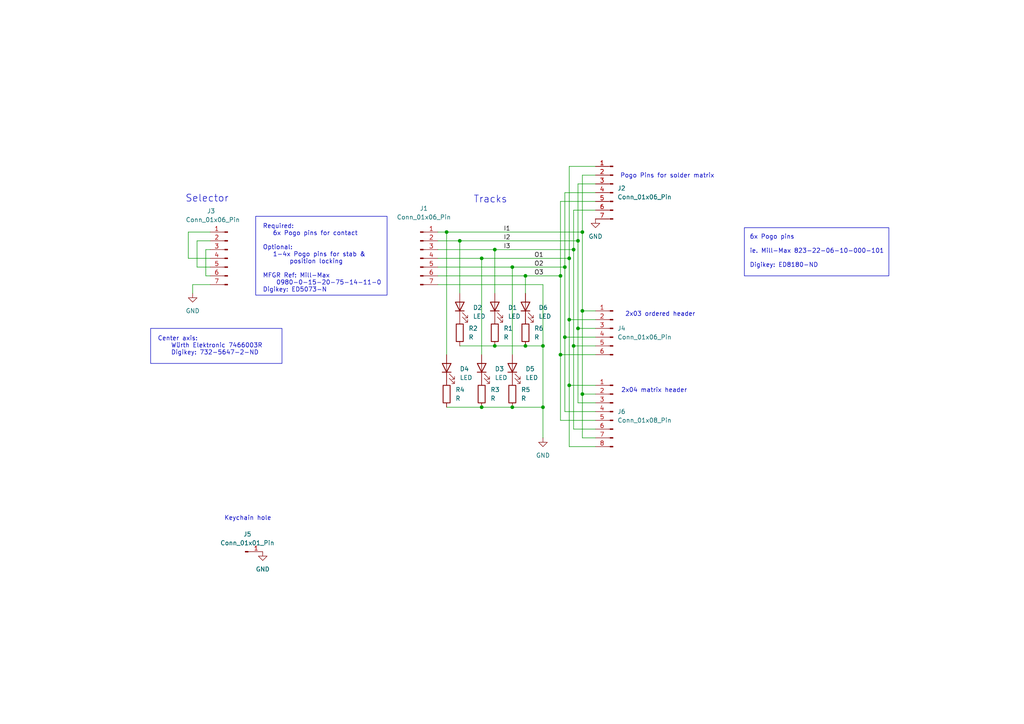
<source format=kicad_sch>
(kicad_sch (version 20250114) (generator "eeschema") (generator_version "9.0")
  (paper "A4")
  (title_block (title "Hall Matrix Selector Key") (date "2025-01-03") (rev "v1.1") (company "Saitis.net & engrenage.ch") (comment 1 "JCZD") (comment 2 "https://electro.saitis.net/hall-key"))
  (lib_symbols
    (symbol "Connector:Conn_01x01_Pin" (pin_names (offset 1.016) (hide yes))
      (property "Reference" "J" (at 0 2.54 0))
      (property "Value" "Conn_01x01_Pin" (at 0 -2.54 0))
      (symbol "Conn_01x01_Pin_1_1"
        (rectangle (start 0.8636 0.127) (end 0 -0.127) (stroke (width 0.1524)) (fill (type outline)))
        (polyline (pts (xy 1.27 0) (xy 0.8636 0)) (stroke (width 0.1524)))
        (pin passive line (at 5.08 0 180) (length 3.81) (name "Pin_1") (number "1"))
      )
    )
    (symbol "Connector:Conn_01x06_Pin" (pin_names (offset 1.016) (hide yes))
      (property "Reference" "J" (at 0 7.62 0))
      (property "Value" "Conn_01x06_Pin" (at 0 -10.16 0))
      (symbol "Conn_01x06_Pin_1_1"
        (rectangle (start 0.8636 5.207) (end 0 4.953) (stroke (width 0.1524)) (fill (type outline)))
        (rectangle (start 0.8636 2.667) (end 0 2.413) (stroke (width 0.1524)) (fill (type outline)))
        (rectangle (start 0.8636 0.127) (end 0 -0.127) (stroke (width 0.1524)) (fill (type outline)))
        (rectangle (start 0.8636 -2.413) (end 0 -2.667) (stroke (width 0.1524)) (fill (type outline)))
        (rectangle (start 0.8636 -4.953) (end 0 -5.207) (stroke (width 0.1524)) (fill (type outline)))
        (rectangle (start 0.8636 -7.493) (end 0 -7.747) (stroke (width 0.1524)) (fill (type outline)))
        (polyline (pts (xy 1.27 5.08) (xy 0.8636 5.08)) (stroke (width 0.1524)))
        (polyline (pts (xy 1.27 2.54) (xy 0.8636 2.54)) (stroke (width 0.1524)))
        (polyline (pts (xy 1.27 0) (xy 0.8636 0)) (stroke (width 0.1524)))
        (polyline (pts (xy 1.27 -2.54) (xy 0.8636 -2.54)) (stroke (width 0.1524)))
        (polyline (pts (xy 1.27 -5.08) (xy 0.8636 -5.08)) (stroke (width 0.1524)))
        (polyline (pts (xy 1.27 -7.62) (xy 0.8636 -7.62)) (stroke (width 0.1524)))
        (pin passive line (at 5.08 5.08 180) (length 3.81) (name "Pin_1") (number "1"))
        (pin passive line (at 5.08 2.54 180) (length 3.81) (name "Pin_2") (number "2"))
        (pin passive line (at 5.08 0 180) (length 3.81) (name "Pin_3") (number "3"))
        (pin passive line (at 5.08 -2.54 180) (length 3.81) (name "Pin_4") (number "4"))
        (pin passive line (at 5.08 -5.08 180) (length 3.81) (name "Pin_5") (number "5"))
        (pin passive line (at 5.08 -7.62 180) (length 3.81) (name "Pin_6") (number "6"))
      )
    )
    (symbol "Connector:Conn_01x07_Pin" (pin_names (offset 1.016) (hide yes))
      (property "Reference" "J" (at 0 10.16 0))
      (property "Value" "Conn_01x07_Pin" (at 0 -10.16 0))
      (symbol "Conn_01x07_Pin_1_1"
        (rectangle (start 0.8636 7.747) (end 0 7.493) (stroke (width 0.1524)) (fill (type outline)))
        (rectangle (start 0.8636 5.207) (end 0 4.953) (stroke (width 0.1524)) (fill (type outline)))
        (rectangle (start 0.8636 2.667) (end 0 2.413) (stroke (width 0.1524)) (fill (type outline)))
        (rectangle (start 0.8636 0.127) (end 0 -0.127) (stroke (width 0.1524)) (fill (type outline)))
        (rectangle (start 0.8636 -2.413) (end 0 -2.667) (stroke (width 0.1524)) (fill (type outline)))
        (rectangle (start 0.8636 -4.953) (end 0 -5.207) (stroke (width 0.1524)) (fill (type outline)))
        (rectangle (start 0.8636 -7.493) (end 0 -7.747) (stroke (width 0.1524)) (fill (type outline)))
        (polyline (pts (xy 1.27 7.62) (xy 0.8636 7.62)) (stroke (width 0.1524)))
        (polyline (pts (xy 1.27 5.08) (xy 0.8636 5.08)) (stroke (width 0.1524)))
        (polyline (pts (xy 1.27 2.54) (xy 0.8636 2.54)) (stroke (width 0.1524)))
        (polyline (pts (xy 1.27 0) (xy 0.8636 0)) (stroke (width 0.1524)))
        (polyline (pts (xy 1.27 -2.54) (xy 0.8636 -2.54)) (stroke (width 0.1524)))
        (polyline (pts (xy 1.27 -5.08) (xy 0.8636 -5.08)) (stroke (width 0.1524)))
        (polyline (pts (xy 1.27 -7.62) (xy 0.8636 -7.62)) (stroke (width 0.1524)))
        (pin passive line (at 5.08 7.62 180) (length 3.81) (name "Pin_1") (number "1"))
        (pin passive line (at 5.08 5.08 180) (length 3.81) (name "Pin_2") (number "2"))
        (pin passive line (at 5.08 2.54 180) (length 3.81) (name "Pin_3") (number "3"))
        (pin passive line (at 5.08 0 180) (length 3.81) (name "Pin_4") (number "4"))
        (pin passive line (at 5.08 -2.54 180) (length 3.81) (name "Pin_5") (number "5"))
        (pin passive line (at 5.08 -5.08 180) (length 3.81) (name "Pin_6") (number "6"))
        (pin passive line (at 5.08 -7.62 180) (length 3.81) (name "Pin_7") (number "7"))
      )
    )
    (symbol "Connector:Conn_01x08_Pin" (pin_names (offset 1.016) (hide yes))
      (property "Reference" "J" (at 0 10.16 0))
      (property "Value" "Conn_01x08_Pin" (at 0 -12.7 0))
      (symbol "Conn_01x08_Pin_1_1"
        (rectangle (start 0.8636 7.747) (end 0 7.493) (stroke (width 0.1524)) (fill (type outline)))
        (rectangle (start 0.8636 5.207) (end 0 4.953) (stroke (width 0.1524)) (fill (type outline)))
        (rectangle (start 0.8636 2.667) (end 0 2.413) (stroke (width 0.1524)) (fill (type outline)))
        (rectangle (start 0.8636 0.127) (end 0 -0.127) (stroke (width 0.1524)) (fill (type outline)))
        (rectangle (start 0.8636 -2.413) (end 0 -2.667) (stroke (width 0.1524)) (fill (type outline)))
        (rectangle (start 0.8636 -4.953) (end 0 -5.207) (stroke (width 0.1524)) (fill (type outline)))
        (rectangle (start 0.8636 -7.493) (end 0 -7.747) (stroke (width 0.1524)) (fill (type outline)))
        (rectangle (start 0.8636 -10.033) (end 0 -10.287) (stroke (width 0.1524)) (fill (type outline)))
        (polyline (pts (xy 1.27 7.62) (xy 0.8636 7.62)) (stroke (width 0.1524)))
        (polyline (pts (xy 1.27 5.08) (xy 0.8636 5.08)) (stroke (width 0.1524)))
        (polyline (pts (xy 1.27 2.54) (xy 0.8636 2.54)) (stroke (width 0.1524)))
        (polyline (pts (xy 1.27 0) (xy 0.8636 0)) (stroke (width 0.1524)))
        (polyline (pts (xy 1.27 -2.54) (xy 0.8636 -2.54)) (stroke (width 0.1524)))
        (polyline (pts (xy 1.27 -5.08) (xy 0.8636 -5.08)) (stroke (width 0.1524)))
        (polyline (pts (xy 1.27 -7.62) (xy 0.8636 -7.62)) (stroke (width 0.1524)))
        (polyline (pts (xy 1.27 -10.16) (xy 0.8636 -10.16)) (stroke (width 0.1524)))
        (pin passive line (at 5.08 7.62 180) (length 3.81) (name "Pin_1") (number "1"))
        (pin passive line (at 5.08 5.08 180) (length 3.81) (name "Pin_2") (number "2"))
        (pin passive line (at 5.08 2.54 180) (length 3.81) (name "Pin_3") (number "3"))
        (pin passive line (at 5.08 0 180) (length 3.81) (name "Pin_4") (number "4"))
        (pin passive line (at 5.08 -2.54 180) (length 3.81) (name "Pin_5") (number "5"))
        (pin passive line (at 5.08 -5.08 180) (length 3.81) (name "Pin_6") (number "6"))
        (pin passive line (at 5.08 -7.62 180) (length 3.81) (name "Pin_7") (number "7"))
        (pin passive line (at 5.08 -10.16 180) (length 3.81) (name "Pin_8") (number "8"))
      )
    )
    (symbol "Device:LED" (pin_numbers (hide yes)) (pin_names (offset 1.016) (hide yes))
      (property "Reference" "D" (at 0 2.54 0))
      (property "Value" "LED" (at 0 -2.54 0))
      (symbol "LED_0_1"
        (polyline (pts (xy -3.048 -0.762) (xy -4.572 -2.286) (xy -3.81 -2.286) (xy -4.572 -2.286) (xy -4.572 -1.524)))
        (polyline (pts (xy -1.778 -0.762) (xy -3.302 -2.286) (xy -2.54 -2.286) (xy -3.302 -2.286) (xy -3.302 -1.524)))
        (polyline (pts (xy -1.27 0) (xy 1.27 0)))
        (polyline (pts (xy -1.27 -1.27) (xy -1.27 1.27)) (stroke (width 0.254)))
        (polyline (pts (xy 1.27 -1.27) (xy 1.27 1.27) (xy -1.27 0) (xy 1.27 -1.27)) (stroke (width 0.254)))
      )
      (symbol "LED_1_1"
        (pin passive line (at -3.81 0 0) (length 2.54) (name "K") (number "1"))
        (pin passive line (at 3.81 0 180) (length 2.54) (name "A") (number "2"))
      )
    )
    (symbol "Device:R" (pin_numbers (hide yes)) (pin_names (offset 0))
      (property "Reference" "R" (at 2.032 0 90))
      (property "Value" "R" (at 0 0 90))
      (symbol "R_0_1"
        (rectangle (start -1.016 -2.54) (end 1.016 2.54) (stroke (width 0.254)))
      )
      (symbol "R_1_1"
        (pin passive line (at 0 3.81 270) (length 1.27) (name "~") (number "1"))
        (pin passive line (at 0 -3.81 90) (length 1.27) (name "~") (number "2"))
      )
    )
    (symbol "power:GND" (power) (pin_numbers (hide yes)) (pin_names (offset 0) (hide yes))
      (property "Value" "GND" (at 0 -3.81 0))
      (symbol "GND_0_1"
        (polyline (pts (xy 0 0) (xy 0 -1.27) (xy 1.27 -1.27) (xy 0 -2.54) (xy -1.27 -1.27) (xy 0 -1.27)))
      )
      (symbol "GND_1_1"
        (pin power_in line (at 0 0 270) (length 0) (name "~") (number "1"))
      )
    )
  )
  (rectangle (start 74.168 62.738) (end 112.268 85.598))
  (rectangle (start 215.9 66.04) (end 257.81 80.01))
  (rectangle (start 43.688 95.25) (end 81.788 105.41))
  (text "Keychain hole" (at 71.882 150.368 0) (effects (font (size 1.27 1.27))))
  (text "2x03 ordered header" (at 191.516 91.186 0) (effects (font (size 1.27 1.27))))
  (text "Center axis:\n    Würth Elektronic 7466003R\n    Digikey: 732-5647-2-ND" (at 45.72 100.33 0) (effects (font (size 1.27 1.27)) (justify left)))
  (text "Pogo Pins for solder matrix" (at 193.548 51.054 0) (effects (font (size 1.27 1.27))))
  (text "6x Pogo pins\n\nie. Mill-Max 823-22-06-10-000-101\n\nDigikey: ED8180-ND" (at 217.424 72.898 0) (effects (font (size 1.27 1.27)) (justify left)))
  (text "2x04 matrix header" (at 189.738 113.284 0) (effects (font (size 1.27 1.27))))
  (text "Selector" (at 60.071 57.658 0) (effects (font (size 2.032 2.032))))
  (text "Required:\n   6x Pogo pins for contact\n\nOptional:\n   1-4x Pogo pins for stab &\n        position locking\n\nMFGR Ref: Mill-Max\n    0980-0-15-20-75-14-11-0\nDigikey: ED5073-N" (at 76.2 74.93 0) (effects (font (size 1.27 1.27)) (justify left)))
  (text "Tracks" (at 142.24 57.912 0) (effects (font (size 2.032 2.032))))
  (junction (at 152.4 80.01))
  (junction (at 163.83 77.47))
  (junction (at 165.1 111.76))
  (junction (at 162.56 102.87))
  (junction (at 139.7 74.93))
  (junction (at 148.59 77.47))
  (junction (at 157.48 118.11))
  (junction (at 167.64 95.25))
  (junction (at 143.51 100.33))
  (junction (at 167.64 69.85))
  (junction (at 152.4 100.33))
  (junction (at 168.91 67.31))
  (junction (at 166.37 72.39))
  (junction (at 165.1 92.71))
  (junction (at 166.37 100.33))
  (junction (at 139.7 118.11))
  (junction (at 163.83 97.79))
  (junction (at 165.1 74.93))
  (junction (at 143.51 72.39))
  (junction (at 168.91 90.17))
  (junction (at 129.54 67.31))
  (junction (at 133.35 69.85))
  (junction (at 157.48 100.33))
  (junction (at 162.56 80.01))
  (junction (at 168.91 114.3))
  (junction (at 148.59 118.11))
  (wire (pts (xy 55.88 82.55) (xy 55.88 85.09)))
  (wire (pts (xy 127 77.47) (xy 148.59 77.47)))
  (wire (pts (xy 127 69.85) (xy 133.35 69.85)))
  (wire (pts (xy 172.72 48.26) (xy 165.1 48.26)))
  (wire (pts (xy 129.54 67.31) (xy 168.91 67.31)))
  (wire (pts (xy 172.72 90.17) (xy 168.91 90.17)))
  (wire (pts (xy 139.7 74.93) (xy 165.1 74.93)))
  (wire (pts (xy 162.56 58.42) (xy 162.56 80.01)))
  (wire (pts (xy 165.1 92.71) (xy 165.1 111.76)))
  (wire (pts (xy 166.37 100.33) (xy 172.72 100.33)))
  (wire (pts (xy 172.72 60.96) (xy 166.37 60.96)))
  (wire (pts (xy 165.1 48.26) (xy 165.1 74.93)))
  (wire (pts (xy 162.56 102.87) (xy 162.56 121.92)))
  (wire (pts (xy 60.96 80.01) (xy 59.69 80.01)))
  (wire (pts (xy 162.56 121.92) (xy 172.72 121.92)))
  (wire (pts (xy 57.15 77.47) (xy 60.96 77.47)))
  (wire (pts (xy 57.15 77.47) (xy 57.15 69.85)))
  (wire (pts (xy 157.48 100.33) (xy 157.48 118.11)))
  (wire (pts (xy 172.72 127) (xy 168.91 127)))
  (wire (pts (xy 143.51 72.39) (xy 143.51 85.09)))
  (wire (pts (xy 162.56 80.01) (xy 162.56 102.87)))
  (wire (pts (xy 166.37 100.33) (xy 166.37 124.46)))
  (wire (pts (xy 127 67.31) (xy 129.54 67.31)))
  (wire (pts (xy 163.83 119.38) (xy 172.72 119.38)))
  (wire (pts (xy 167.64 95.25) (xy 172.72 95.25)))
  (wire (pts (xy 59.69 72.39) (xy 60.96 72.39)))
  (wire (pts (xy 157.48 82.55) (xy 157.48 100.33)))
  (wire (pts (xy 172.72 53.34) (xy 167.64 53.34)))
  (wire (pts (xy 172.72 50.8) (xy 168.91 50.8)))
  (wire (pts (xy 172.72 129.54) (xy 165.1 129.54)))
  (wire (pts (xy 129.54 67.31) (xy 129.54 102.87)))
  (wire (pts (xy 54.61 74.93) (xy 60.96 74.93)))
  (wire (pts (xy 163.83 77.47) (xy 163.83 97.79)))
  (wire (pts (xy 148.59 77.47) (xy 163.83 77.47)))
  (wire (pts (xy 168.91 90.17) (xy 168.91 114.3)))
  (wire (pts (xy 152.4 80.01) (xy 152.4 85.09)))
  (wire (pts (xy 133.35 100.33) (xy 143.51 100.33)))
  (wire (pts (xy 127 82.55) (xy 157.48 82.55)))
  (wire (pts (xy 157.48 118.11) (xy 157.48 127)))
  (wire (pts (xy 172.72 58.42) (xy 162.56 58.42)))
  (wire (pts (xy 127 72.39) (xy 143.51 72.39)))
  (wire (pts (xy 139.7 74.93) (xy 139.7 102.87)))
  (wire (pts (xy 139.7 118.11) (xy 148.59 118.11)))
  (wire (pts (xy 166.37 72.39) (xy 166.37 100.33)))
  (wire (pts (xy 172.72 55.88) (xy 163.83 55.88)))
  (wire (pts (xy 165.1 111.76) (xy 172.72 111.76)))
  (wire (pts (xy 166.37 60.96) (xy 166.37 72.39)))
  (wire (pts (xy 168.91 50.8) (xy 168.91 67.31)))
  (wire (pts (xy 148.59 77.47) (xy 148.59 102.87)))
  (wire (pts (xy 167.64 116.84) (xy 172.72 116.84)))
  (wire (pts (xy 60.96 82.55) (xy 55.88 82.55)))
  (wire (pts (xy 165.1 92.71) (xy 172.72 92.71)))
  (wire (pts (xy 54.61 67.31) (xy 54.61 74.93)))
  (wire (pts (xy 60.96 67.31) (xy 54.61 67.31)))
  (wire (pts (xy 163.83 97.79) (xy 172.72 97.79)))
  (wire (pts (xy 163.83 55.88) (xy 163.83 77.47)))
  (wire (pts (xy 166.37 124.46) (xy 172.72 124.46)))
  (wire (pts (xy 143.51 100.33) (xy 152.4 100.33)))
  (wire (pts (xy 127 74.93) (xy 139.7 74.93)))
  (wire (pts (xy 127 80.01) (xy 152.4 80.01)))
  (wire (pts (xy 167.64 95.25) (xy 167.64 116.84)))
  (wire (pts (xy 129.54 118.11) (xy 139.7 118.11)))
  (wire (pts (xy 148.59 118.11) (xy 157.48 118.11)))
  (wire (pts (xy 167.64 53.34) (xy 167.64 69.85)))
  (wire (pts (xy 167.64 69.85) (xy 167.64 95.25)))
  (wire (pts (xy 168.91 67.31) (xy 168.91 90.17)))
  (wire (pts (xy 165.1 129.54) (xy 165.1 111.76)))
  (wire (pts (xy 143.51 72.39) (xy 166.37 72.39)))
  (wire (pts (xy 162.56 102.87) (xy 172.72 102.87)))
  (wire (pts (xy 168.91 127) (xy 168.91 114.3)))
  (wire (pts (xy 163.83 97.79) (xy 163.83 119.38)))
  (wire (pts (xy 57.15 69.85) (xy 60.96 69.85)))
  (wire (pts (xy 133.35 69.85) (xy 133.35 85.09)))
  (wire (pts (xy 152.4 100.33) (xy 157.48 100.33)))
  (wire (pts (xy 152.4 80.01) (xy 162.56 80.01)))
  (wire (pts (xy 165.1 74.93) (xy 165.1 92.71)))
  (wire (pts (xy 168.91 114.3) (xy 172.72 114.3)))
  (wire (pts (xy 133.35 69.85) (xy 167.64 69.85)))
  (wire (pts (xy 59.69 80.01) (xy 59.69 72.39)))
  (label "O1" (at 154.94 74.93 0))
  (label "O2" (at 154.94 77.47 0))
  (label "I1" (at 146.05 67.31 0))
  (label "I2" (at 146.05 69.85 0))
  (label "O3" (at 154.94 80.01 0))
  (label "I3" (at 146.05 72.39 0))
  (symbol (lib_id "Device:LED") (at 143.51 88.9 90) (unit 1)
    (property "Reference" "D1" (at 147.32 89.2174 90) (effects (justify right)))
    (property "Value" "LED" (at 147.32 91.7574 90) (effects (justify right)))
    (property "Footprint" "LED_SMD:LED_LiteOn_LTST-S326" (effects (hide yes)))
    (property "Description" "Light emitting diode" (effects (hide yes)))
  )
  (symbol (lib_id "Connector:Conn_01x07_Pin") (at 121.92 74.93 0) (unit 1)
    (property "Reference" "J1" (at 122.936 60.452 0))
    (property "Value" "Conn_01x06_Pin" (at 122.936 62.992 0))
    (property "Footprint" "robodisk:hall-matrix-selector-switch_base" (effects (hide yes)))
    (property "Description" "Generic connector, single row, 01x07, script generated" (effects (hide yes)))
  )
  (symbol (lib_id "Device:LED") (at 139.7 106.68 90) (unit 1)
    (property "Reference" "D3" (at 143.51 106.9974 90) (effects (justify right)))
    (property "Value" "LED" (at 143.51 109.5374 90) (effects (justify right)))
    (property "Footprint" "LED_SMD:LED_LiteOn_LTST-S326" (effects (hide yes)))
    (property "Description" "Light emitting diode" (effects (hide yes)))
  )
  (symbol (lib_id "power:GND") (at 55.88 85.09 0) (unit 1)
    (property "Reference" "#PWR02" (effects (hide yes)))
    (property "Value" "GND" (at 55.88 90.17 0))
    (property "Description" "Power symbol creates a global label with name \"GND\" , ground" (effects (hide yes)))
  )
  (symbol (lib_id "Device:R") (at 139.7 114.3 0) (unit 1)
    (property "Reference" "R3" (at 142.24 113.0299 0) (effects (justify left)))
    (property "Value" "R" (at 142.24 115.5699 0) (effects (justify left)))
    (property "Footprint" "Resistor_SMD:R_0805_2012Metric_Pad1.20x1.40mm_HandSolder" (effects (hide yes)))
    (property "Description" "Resistor" (effects (hide yes)))
  )
  (symbol (lib_id "Connector:Conn_01x08_Pin") (at 177.8 119.38 0) (mirror y) (unit 1)
    (property "Reference" "J6" (at 179.07 119.3799 0) (effects (justify right)))
    (property "Value" "Conn_01x08_Pin" (at 179.07 121.9199 0) (effects (justify right)))
    (property "Footprint" "Connector_PinHeader_2.54mm:PinHeader_2x04_P2.54mm_Vertical" (effects (hide yes)))
    (property "Description" "Generic connector, single row, 01x08, script generated" (effects (hide yes)))
  )
  (symbol (lib_id "Device:R") (at 143.51 96.52 0) (unit 1)
    (property "Reference" "R1" (at 146.05 95.2499 0) (effects (justify left)))
    (property "Value" "R" (at 146.05 97.7899 0) (effects (justify left)))
    (property "Footprint" "Resistor_SMD:R_0805_2012Metric_Pad1.20x1.40mm_HandSolder" (effects (hide yes)))
    (property "Description" "Resistor" (effects (hide yes)))
  )
  (symbol (lib_id "Device:LED") (at 129.54 106.68 90) (unit 1)
    (property "Reference" "D4" (at 133.35 106.9974 90) (effects (justify right)))
    (property "Value" "LED" (at 133.35 109.5374 90) (effects (justify right)))
    (property "Footprint" "LED_SMD:LED_LiteOn_LTST-S326" (effects (hide yes)))
    (property "Description" "Light emitting diode" (effects (hide yes)))
  )
  (symbol (lib_id "power:GND") (at 76.2 160.02 0) (unit 1)
    (property "Reference" "#PWR01" (effects (hide yes)))
    (property "Value" "GND" (at 76.2 165.1 0))
    (property "Description" "Power symbol creates a global label with name \"GND\" , ground" (effects (hide yes)))
  )
  (symbol (lib_id "power:GND") (at 172.72 63.5 0) (unit 1)
    (property "Reference" "#PWR04" (effects (hide yes)))
    (property "Value" "GND" (at 172.72 68.58 0))
    (property "Description" "Power symbol creates a global label with name \"GND\" , ground" (effects (hide yes)))
  )
  (symbol (lib_id "Connector:Conn_01x01_Pin") (at 71.12 160.02 0) (unit 1)
    (property "Reference" "J5" (at 71.755 154.94 0))
    (property "Value" "Conn_01x01_Pin" (at 71.755 157.48 0))
    (property "Footprint" "robodisk:keyhole" (effects (hide yes)))
    (property "Description" "Generic connector, single row, 01x01, script generated" (effects (hide yes)))
  )
  (symbol (lib_id "Device:LED") (at 133.35 88.9 90) (unit 1)
    (property "Reference" "D2" (at 137.16 89.2174 90) (effects (justify right)))
    (property "Value" "LED" (at 137.16 91.7574 90) (effects (justify right)))
    (property "Footprint" "LED_SMD:LED_LiteOn_LTST-S326" (effects (hide yes)))
    (property "Description" "Light emitting diode" (effects (hide yes)))
  )
  (symbol (lib_id "Device:LED") (at 148.59 106.68 90) (unit 1)
    (property "Reference" "D5" (at 152.4 106.9974 90) (effects (justify right)))
    (property "Value" "LED" (at 152.4 109.5374 90) (effects (justify right)))
    (property "Footprint" "LED_SMD:LED_LiteOn_LTST-S326" (effects (hide yes)))
    (property "Description" "Light emitting diode" (effects (hide yes)))
  )
  (symbol (lib_id "Device:R") (at 152.4 96.52 0) (unit 1)
    (property "Reference" "R6" (at 154.94 95.2499 0) (effects (justify left)))
    (property "Value" "R" (at 154.94 97.7899 0) (effects (justify left)))
    (property "Footprint" "Resistor_SMD:R_0805_2012Metric_Pad1.20x1.40mm_HandSolder" (effects (hide yes)))
    (property "Description" "Resistor" (effects (hide yes)))
  )
  (symbol (lib_id "Device:R") (at 133.35 96.52 0) (unit 1)
    (property "Reference" "R2" (at 135.89 95.2499 0) (effects (justify left)))
    (property "Value" "R" (at 135.89 97.7899 0) (effects (justify left)))
    (property "Footprint" "Resistor_SMD:R_0805_2012Metric_Pad1.20x1.40mm_HandSolder" (effects (hide yes)))
    (property "Description" "Resistor" (effects (hide yes)))
  )
  (symbol (lib_id "Device:R") (at 148.59 114.3 0) (unit 1)
    (property "Reference" "R5" (at 151.13 113.0299 0) (effects (justify left)))
    (property "Value" "R" (at 151.13 115.5699 0) (effects (justify left)))
    (property "Footprint" "Resistor_SMD:R_0805_2012Metric_Pad1.20x1.40mm_HandSolder" (effects (hide yes)))
    (property "Description" "Resistor" (effects (hide yes)))
  )
  (symbol (lib_id "Connector:Conn_01x07_Pin") (at 66.04 74.93 0) (mirror y) (unit 1)
    (property "Reference" "J3" (at 61.214 61.214 0))
    (property "Value" "Conn_01x06_Pin" (at 61.722 63.754 0))
    (property "Footprint" "robodisk:hall-matrix-selector-switch_knob" (effects (hide yes)))
    (property "Description" "Generic connector, single row, 01x07, script generated" (effects (hide yes)))
  )
  (symbol (lib_id "power:GND") (at 157.48 127 0) (unit 1)
    (property "Reference" "#PWR03" (effects (hide yes)))
    (property "Value" "GND" (at 157.48 132.08 0))
    (property "Description" "Power symbol creates a global label with name \"GND\" , ground" (effects (hide yes)))
  )
  (symbol (lib_id "Device:R") (at 129.54 114.3 0) (unit 1)
    (property "Reference" "R4" (at 132.08 113.0299 0) (effects (justify left)))
    (property "Value" "R" (at 132.08 115.5699 0) (effects (justify left)))
    (property "Footprint" "Resistor_SMD:R_0805_2012Metric_Pad1.20x1.40mm_HandSolder" (effects (hide yes)))
    (property "Description" "Resistor" (effects (hide yes)))
  )
  (symbol (lib_id "Connector:Conn_01x06_Pin") (at 177.8 95.25 0) (mirror y) (unit 1)
    (property "Reference" "J4" (at 179.07 95.2499 0) (effects (justify right)))
    (property "Value" "Conn_01x06_Pin" (at 179.07 97.7899 0) (effects (justify right)))
    (property "Footprint" "Connector_PinHeader_2.54mm:PinHeader_2x03_P2.54mm_Vertical" (effects (hide yes)))
    (property "Description" "Generic connector, single row, 01x06, script generated" (effects (hide yes)))
  )
  (symbol (lib_id "Connector:Conn_01x07_Pin") (at 177.8 55.88 0) (mirror y) (unit 1)
    (property "Reference" "J2" (at 179.07 54.6099 0) (effects (justify right)))
    (property "Value" "Conn_01x06_Pin" (at 179.07 57.1499 0) (effects (justify right)))
    (property "Footprint" "robodisk:hall-matrix-selector_pogo" (effects (hide yes)))
    (property "Description" "Generic connector, single row, 01x07, script generated" (effects (hide yes)))
  )
  (symbol (lib_id "Device:LED") (at 152.4 88.9 90) (unit 1)
    (property "Reference" "D6" (at 156.21 89.2174 90) (effects (justify right)))
    (property "Value" "LED" (at 156.21 91.7574 90) (effects (justify right)))
    (property "Footprint" "LED_SMD:LED_LiteOn_LTST-S326" (effects (hide yes)))
    (property "Description" "Light emitting diode" (effects (hide yes)))
  )
)
</source>
